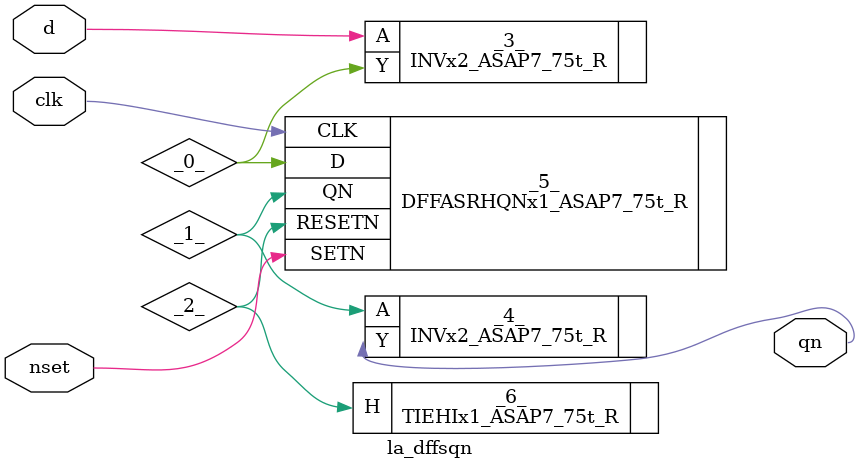
<source format=v>

/* Generated by Yosys 0.44 (git sha1 80ba43d26, g++ 11.4.0-1ubuntu1~22.04 -fPIC -O3) */

(* top =  1  *)
(* src = "inputs/la_dffsqn.v:11.1-24.10" *)
module la_dffsqn (
    d,
    clk,
    nset,
    qn
);
  (* src = "inputs/la_dffsqn.v:20.3-22.19" *)
  wire _0_;
  wire _1_;
  wire _2_;
  (* src = "inputs/la_dffsqn.v:15.11-15.14" *)
  input clk;
  wire clk;
  (* src = "inputs/la_dffsqn.v:14.11-14.12" *)
  input d;
  wire d;
  (* src = "inputs/la_dffsqn.v:16.11-16.15" *)
  input nset;
  wire nset;
  (* src = "inputs/la_dffsqn.v:17.16-17.18" *)
  output qn;
  wire qn;
  INVx2_ASAP7_75t_R _3_ (
      .A(d),
      .Y(_0_)
  );
  INVx2_ASAP7_75t_R _4_ (
      .A(_1_),
      .Y(qn)
  );
  (* src = "inputs/la_dffsqn.v:20.3-22.19" *)
  DFFASRHQNx1_ASAP7_75t_R _5_ (
      .CLK(clk),
      .D(_0_),
      .QN(_1_),
      .RESETN(_2_),
      .SETN(nset)
  );
  TIEHIx1_ASAP7_75t_R _6_ (.H(_2_));
endmodule

</source>
